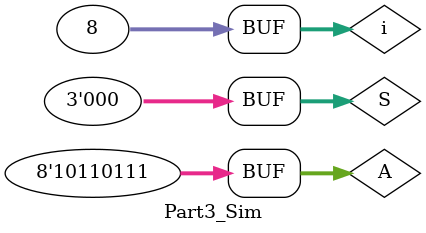
<source format=v>
`timescale 1ns / 1ps
module Part3_Sim();
    parameter NUM_INP = 3;
    reg [7:0] A;
    reg [2:0] S;
    wire F;
    integer i;
    Part3 UUT(.A(A), .S(S), .F(F));
    initial begin
        A = 8'b10110111;
        S = 0;
        for(i = 0; i < 2**NUM_INP; i = i + 1) begin
            S = S + 1;
            #10;
        end
    end
endmodule
</source>
